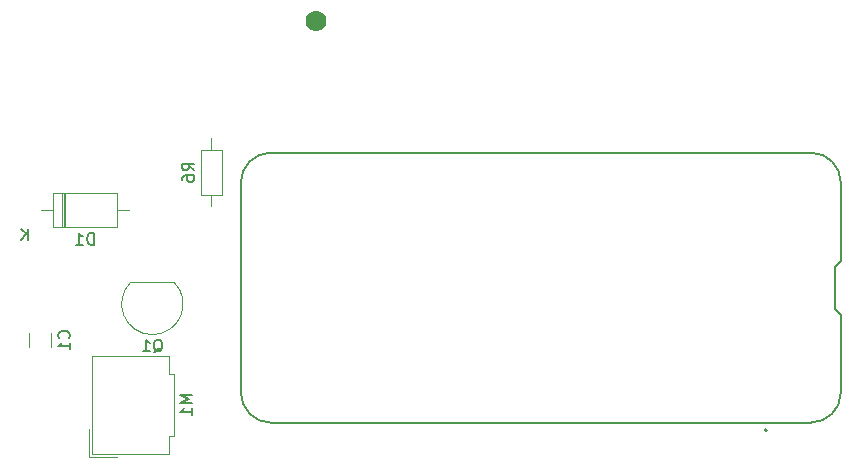
<source format=gbr>
%TF.GenerationSoftware,KiCad,Pcbnew,8.0.1*%
%TF.CreationDate,2024-04-30T10:04:58+02:00*%
%TF.ProjectId,teamagotchi,7465616d-6167-46f7-9463-68692e6b6963,rev?*%
%TF.SameCoordinates,Original*%
%TF.FileFunction,Legend,Bot*%
%TF.FilePolarity,Positive*%
%FSLAX46Y46*%
G04 Gerber Fmt 4.6, Leading zero omitted, Abs format (unit mm)*
G04 Created by KiCad (PCBNEW 8.0.1) date 2024-04-30 10:04:58*
%MOMM*%
%LPD*%
G01*
G04 APERTURE LIST*
%ADD10C,0.150000*%
%ADD11C,0.120000*%
%ADD12C,0.127000*%
%ADD13C,0.200000*%
%ADD14C,1.778000*%
G04 APERTURE END LIST*
D10*
X118398094Y-70530819D02*
X118398094Y-69530819D01*
X118398094Y-69530819D02*
X118159999Y-69530819D01*
X118159999Y-69530819D02*
X118017142Y-69578438D01*
X118017142Y-69578438D02*
X117921904Y-69673676D01*
X117921904Y-69673676D02*
X117874285Y-69768914D01*
X117874285Y-69768914D02*
X117826666Y-69959390D01*
X117826666Y-69959390D02*
X117826666Y-70102247D01*
X117826666Y-70102247D02*
X117874285Y-70292723D01*
X117874285Y-70292723D02*
X117921904Y-70387961D01*
X117921904Y-70387961D02*
X118017142Y-70483200D01*
X118017142Y-70483200D02*
X118159999Y-70530819D01*
X118159999Y-70530819D02*
X118398094Y-70530819D01*
X116874285Y-70530819D02*
X117445713Y-70530819D01*
X117159999Y-70530819D02*
X117159999Y-69530819D01*
X117159999Y-69530819D02*
X117255237Y-69673676D01*
X117255237Y-69673676D02*
X117350475Y-69768914D01*
X117350475Y-69768914D02*
X117445713Y-69816533D01*
X112841904Y-70160819D02*
X112841904Y-69160819D01*
X112270476Y-70160819D02*
X112699047Y-69589390D01*
X112270476Y-69160819D02*
X112841904Y-69732247D01*
X123455238Y-79656057D02*
X123550476Y-79608438D01*
X123550476Y-79608438D02*
X123645714Y-79513200D01*
X123645714Y-79513200D02*
X123788571Y-79370342D01*
X123788571Y-79370342D02*
X123883809Y-79322723D01*
X123883809Y-79322723D02*
X123979047Y-79322723D01*
X123931428Y-79560819D02*
X124026666Y-79513200D01*
X124026666Y-79513200D02*
X124121904Y-79417961D01*
X124121904Y-79417961D02*
X124169523Y-79227485D01*
X124169523Y-79227485D02*
X124169523Y-78894152D01*
X124169523Y-78894152D02*
X124121904Y-78703676D01*
X124121904Y-78703676D02*
X124026666Y-78608438D01*
X124026666Y-78608438D02*
X123931428Y-78560819D01*
X123931428Y-78560819D02*
X123740952Y-78560819D01*
X123740952Y-78560819D02*
X123645714Y-78608438D01*
X123645714Y-78608438D02*
X123550476Y-78703676D01*
X123550476Y-78703676D02*
X123502857Y-78894152D01*
X123502857Y-78894152D02*
X123502857Y-79227485D01*
X123502857Y-79227485D02*
X123550476Y-79417961D01*
X123550476Y-79417961D02*
X123645714Y-79513200D01*
X123645714Y-79513200D02*
X123740952Y-79560819D01*
X123740952Y-79560819D02*
X123931428Y-79560819D01*
X122550476Y-79560819D02*
X123121904Y-79560819D01*
X122836190Y-79560819D02*
X122836190Y-78560819D01*
X122836190Y-78560819D02*
X122931428Y-78703676D01*
X122931428Y-78703676D02*
X123026666Y-78798914D01*
X123026666Y-78798914D02*
X123121904Y-78846533D01*
X126714819Y-83296476D02*
X125714819Y-83296476D01*
X125714819Y-83296476D02*
X126429104Y-83629809D01*
X126429104Y-83629809D02*
X125714819Y-83963142D01*
X125714819Y-83963142D02*
X126714819Y-83963142D01*
X126714819Y-84963142D02*
X126714819Y-84391714D01*
X126714819Y-84677428D02*
X125714819Y-84677428D01*
X125714819Y-84677428D02*
X125857676Y-84582190D01*
X125857676Y-84582190D02*
X125952914Y-84486952D01*
X125952914Y-84486952D02*
X126000533Y-84391714D01*
X126894819Y-64239333D02*
X126418628Y-63906000D01*
X126894819Y-63667905D02*
X125894819Y-63667905D01*
X125894819Y-63667905D02*
X125894819Y-64048857D01*
X125894819Y-64048857D02*
X125942438Y-64144095D01*
X125942438Y-64144095D02*
X125990057Y-64191714D01*
X125990057Y-64191714D02*
X126085295Y-64239333D01*
X126085295Y-64239333D02*
X126228152Y-64239333D01*
X126228152Y-64239333D02*
X126323390Y-64191714D01*
X126323390Y-64191714D02*
X126371009Y-64144095D01*
X126371009Y-64144095D02*
X126418628Y-64048857D01*
X126418628Y-64048857D02*
X126418628Y-63667905D01*
X125894819Y-65096476D02*
X125894819Y-64906000D01*
X125894819Y-64906000D02*
X125942438Y-64810762D01*
X125942438Y-64810762D02*
X125990057Y-64763143D01*
X125990057Y-64763143D02*
X126132914Y-64667905D01*
X126132914Y-64667905D02*
X126323390Y-64620286D01*
X126323390Y-64620286D02*
X126704342Y-64620286D01*
X126704342Y-64620286D02*
X126799580Y-64667905D01*
X126799580Y-64667905D02*
X126847200Y-64715524D01*
X126847200Y-64715524D02*
X126894819Y-64810762D01*
X126894819Y-64810762D02*
X126894819Y-65001238D01*
X126894819Y-65001238D02*
X126847200Y-65096476D01*
X126847200Y-65096476D02*
X126799580Y-65144095D01*
X126799580Y-65144095D02*
X126704342Y-65191714D01*
X126704342Y-65191714D02*
X126466247Y-65191714D01*
X126466247Y-65191714D02*
X126371009Y-65144095D01*
X126371009Y-65144095D02*
X126323390Y-65096476D01*
X126323390Y-65096476D02*
X126275771Y-65001238D01*
X126275771Y-65001238D02*
X126275771Y-64810762D01*
X126275771Y-64810762D02*
X126323390Y-64715524D01*
X126323390Y-64715524D02*
X126371009Y-64667905D01*
X126371009Y-64667905D02*
X126466247Y-64620286D01*
X116269580Y-78439333D02*
X116317200Y-78391714D01*
X116317200Y-78391714D02*
X116364819Y-78248857D01*
X116364819Y-78248857D02*
X116364819Y-78153619D01*
X116364819Y-78153619D02*
X116317200Y-78010762D01*
X116317200Y-78010762D02*
X116221961Y-77915524D01*
X116221961Y-77915524D02*
X116126723Y-77867905D01*
X116126723Y-77867905D02*
X115936247Y-77820286D01*
X115936247Y-77820286D02*
X115793390Y-77820286D01*
X115793390Y-77820286D02*
X115602914Y-77867905D01*
X115602914Y-77867905D02*
X115507676Y-77915524D01*
X115507676Y-77915524D02*
X115412438Y-78010762D01*
X115412438Y-78010762D02*
X115364819Y-78153619D01*
X115364819Y-78153619D02*
X115364819Y-78248857D01*
X115364819Y-78248857D02*
X115412438Y-78391714D01*
X115412438Y-78391714D02*
X115460057Y-78439333D01*
X116364819Y-79391714D02*
X116364819Y-78820286D01*
X116364819Y-79106000D02*
X115364819Y-79106000D01*
X115364819Y-79106000D02*
X115507676Y-79010762D01*
X115507676Y-79010762D02*
X115602914Y-78915524D01*
X115602914Y-78915524D02*
X115650533Y-78820286D01*
D11*
%TO.C,D1*%
X114940000Y-66136000D02*
X114940000Y-69076000D01*
X114940000Y-67606000D02*
X113920000Y-67606000D01*
X114940000Y-69076000D02*
X120380000Y-69076000D01*
X115720000Y-66136000D02*
X115720000Y-69076000D01*
X115840000Y-66136000D02*
X115840000Y-69076000D01*
X115960000Y-66136000D02*
X115960000Y-69076000D01*
X120380000Y-66136000D02*
X114940000Y-66136000D01*
X120380000Y-67606000D02*
X121400000Y-67606000D01*
X120380000Y-69076000D02*
X120380000Y-66136000D01*
%TO.C,Q1*%
X125160000Y-73696000D02*
X121560000Y-73696000D01*
X123360000Y-78146000D02*
G75*
G02*
X121521522Y-73707522I0J2600000D01*
G01*
X125198478Y-73707522D02*
G75*
G02*
X123360000Y-78146000I-1838478J-1838478D01*
G01*
D12*
%TO.C,U1*%
X130850000Y-65276000D02*
X130850000Y-83056000D01*
X133390000Y-85596000D02*
X179110000Y-85596000D01*
X179110000Y-62736000D02*
X133390000Y-62736000D01*
X181142000Y-72388000D02*
X181650000Y-71880000D01*
X181142000Y-75944000D02*
X181142000Y-72388000D01*
X181650000Y-71880000D02*
X181650000Y-65276000D01*
X181650000Y-76452000D02*
X181142000Y-75944000D01*
X181650000Y-83056000D02*
X181650000Y-76452000D01*
X130850000Y-65276000D02*
G75*
G02*
X133390000Y-62736000I2540000J0D01*
G01*
X133390000Y-85596000D02*
G75*
G02*
X130850000Y-83056000I1J2540001D01*
G01*
X179110000Y-62736000D02*
G75*
G02*
X181650000Y-65276000I0J-2540000D01*
G01*
X181650000Y-83056000D02*
G75*
G02*
X179110000Y-85596000I-2540001J1D01*
G01*
D13*
X175400000Y-86231000D02*
G75*
G02*
X175200000Y-86231000I-100000J0D01*
G01*
X175200000Y-86231000D02*
G75*
G02*
X175400000Y-86231000I100000J0D01*
G01*
D11*
%TO.C,M1*%
X117950000Y-86106000D02*
X117950000Y-88516000D01*
X117950000Y-88516000D02*
X120360000Y-88516000D01*
X118250000Y-79996000D02*
X124770000Y-79996000D01*
X118250000Y-84106000D02*
X118250000Y-79996000D01*
X118250000Y-84106000D02*
X118250000Y-88216000D01*
X118250000Y-88216000D02*
X124770000Y-88216000D01*
X124770000Y-79996000D02*
X124770000Y-81496000D01*
X124770000Y-81496000D02*
X125170000Y-81496000D01*
X124770000Y-86716000D02*
X125170000Y-86716000D01*
X124770000Y-88216000D02*
X124770000Y-86716000D01*
X125170000Y-81496000D02*
X125170000Y-84106000D01*
X125170000Y-86716000D02*
X125170000Y-84106000D01*
%TO.C,R6*%
X127440000Y-62486000D02*
X127440000Y-66326000D01*
X127440000Y-66326000D02*
X129280000Y-66326000D01*
X128360000Y-62486000D02*
X128360000Y-61536000D01*
X128360000Y-66326000D02*
X128360000Y-67276000D01*
X129280000Y-62486000D02*
X127440000Y-62486000D01*
X129280000Y-66326000D02*
X129280000Y-62486000D01*
%TO.C,C1*%
X112940000Y-77977000D02*
X112940000Y-79235000D01*
X114780000Y-77977000D02*
X114780000Y-79235000D01*
%TD*%
D14*
%TO.C,TFT1*%
X137240000Y-51606000D03*
%TD*%
M02*

</source>
